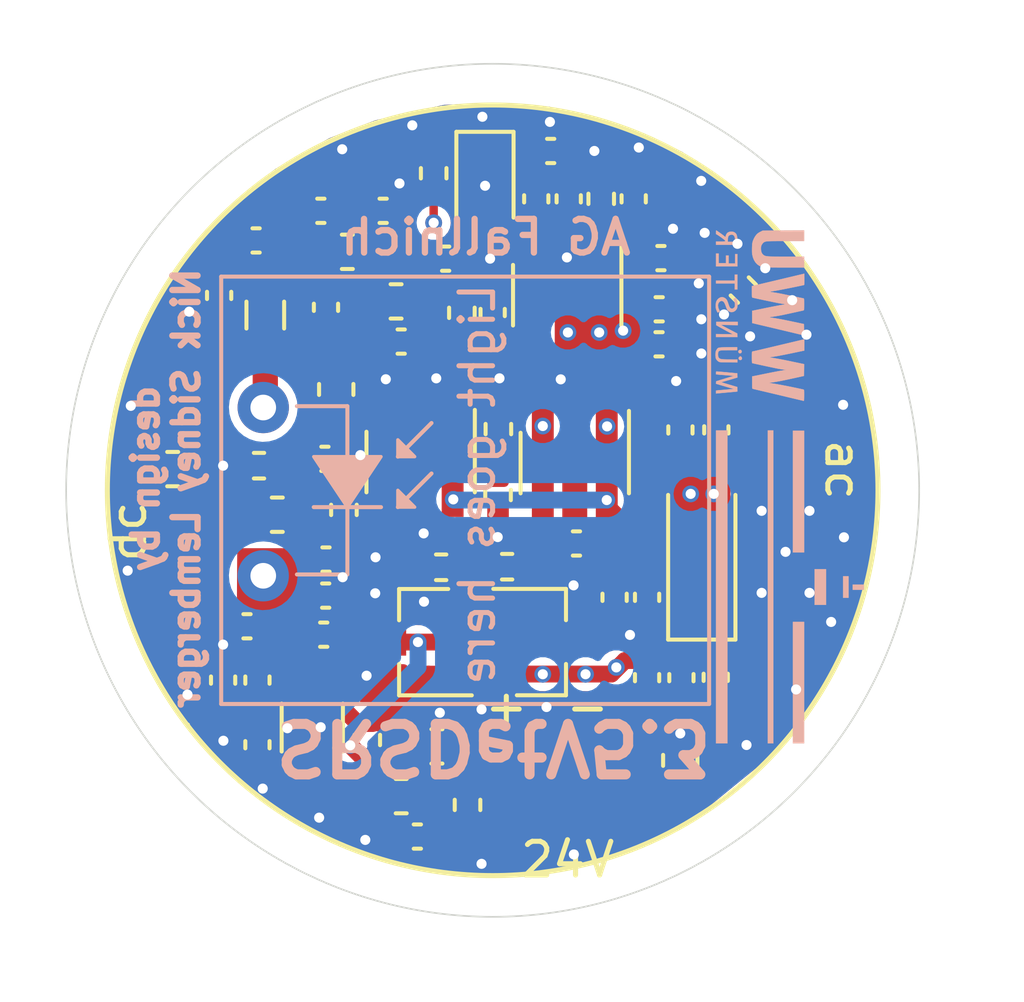
<source format=kicad_pcb>
(kicad_pcb (version 20211014) (generator pcbnew)
  (layers (0 "F.Cu" signal) (1 "In1.Cu" signal) (2 "In2.Cu" signal) (31 "B.Cu" signal) (34 "B.Paste" user) (35 "F.Paste" user) (36 "B.SilkS" user "B.Silkscreen") (37 "F.SilkS" user "F.Silkscreen") (38 "B.Mask" user) (39 "F.Mask" user) (44 "Edge.Cuts" user))
  (net 0 "")
  (net 1 "+10V")
  (net 2 "GND")
  (net 3 "Net-(C3-Pad1)")
  (net 4 "Net-(C4-Pad1)")
  (net 5 "Net-(C4-Pad2)")
  (net 6 "Net-(C24-Pad2)")
  (net 7 "Net-(C32-Pad2)")
  (net 8 "+3V3")
  (net 9 "Net-(C16-Pad1)")
  (net 10 "Net-(C17-Pad1)")
  (net 11 "Net-(C23-Pad2)")
  (net 12 "+22V")
  (net 13 "Net-(C30-Pad1)")
  (net 14 "Net-(C30-Pad2)")
  (net 15 "Net-(FB2-Pad2)")
  (net 16 "Net-(FB3-Pad1)")
  (net 17 "Net-(FB3-Pad2)")
  (net 18 "Net-(FB4-Pad1)")
  (net 19 "Net-(C11-Pad2)")
  (net 20 "Net-(Q1-Pad1)")
  (net 21 "Net-(Q2-Pad2)")
  (net 22 "Net-(C33-Pad2)")
  (net 23 "Net-(R12-Pad2)")
  (net 24 "Net-(R4-Pad2)")
  (net 25 "Net-(R8-Pad1)")
  (net 26 "Net-(C24-Pad1)")
  (net 27 "Net-(R2-Pad1)")
  (net 29 "unconnected-(U4-Pad1)")
  (net 30 "Net-(FB1-Pad1)")
  (footprint "Inductor_SMD:L_0603_1608Metric" (layer "F.Cu") (at 112.455338 88.020136 180)
    (fp_text reference "FB3" hide)
    (fp_text value "Ferrite_Bead_Small" hide)
  )
  (footprint "Resistor_SMD:R_0402_1005Metric" (layer "F.Cu") (at 119.025338 85.475136 -90)
    (fp_text reference "R3" hide)
    (fp_text value "1k" hide)
  )
  (footprint "Resistor_SMD:R_0402_1005Metric" (layer "F.Cu") (at 126.305338 81.345136 -45)
    (fp_text reference "R4" hide)
    (fp_text value "51" hide)
  )
  (footprint "Capacitor_SMD:C_0402_1005Metric" (layer "F.Cu") (at 118.855338 82.011736 -90)
    (fp_text reference "C31" hide)
    (fp_text value "0.2p")
  )
  (footprint "Capacitor_SMD:C_0402_1005Metric" (layer "F.Cu") (at 113.8708 86.36 180)
    (fp_text reference "C33" hide)
    (fp_text value "100n")
  )
  (footprint "Capacitor_SMD:C_0402_1005Metric" (layer "F.Cu") (at 116.137338 82.875336 180)
    (fp_text reference "C24" hide)
    (fp_text value "7p")
  )
  (footprint "Capacitor_SMD:C_0402_1005Metric" (layer "F.Cu") (at 123.803338 81.916336)
    (fp_text reference "C27" hide)
    (fp_text value "1n")
  )
  (footprint "project_footprints:solder_pad" (layer "F.Cu") (at 127.338738 84.831136)
    (fp_text reference "U2" hide)
    (fp_text value "solder_pad")
  )
  (footprint "Capacitor_SMD:C_0402_1005Metric" (layer "F.Cu") (at 123.444 92.8624 90)
    (fp_text reference "C15" hide)
    (fp_text value "100n" hide)
  )
  (footprint "Resistor_SMD:R_0402_1005Metric" (layer "F.Cu") (at 122.080938 78.633536 90)
    (fp_text reference "R5" hide)
    (fp_text value "10k")
  )
  (footprint "Resistor_SMD:R_0402_1005Metric" (layer "F.Cu") (at 115.128958 94.714816 -90)
    (fp_text reference "R9" hide)
    (fp_text value "10k" hide)
  )
  (footprint "project_footprints:solder_pad" (layer "F.Cu") (at 122.487338 95.880136)
    (fp_text reference "U4" hide)
    (fp_text value "solder_pad")
  )
  (footprint "Capacitor_SMD:C_0402_1005Metric" (layer "F.Cu") (at 113.902138 89.352336)
    (fp_text reference "C1" hide)
    (fp_text value "1n")
  )
  (footprint "Package_TO_SOT_SMD:SOT-23-6" (layer "F.Cu") (at 121.070497 81.497177 -90)
    (fp_text reference "U1" hide)
    (fp_text value "OPA847xDBV" hide)
  )
  (footprint "Capacitor_SMD:C_0402_1005Metric" (layer "F.Cu") (at 116.617398 97.584476 180)
    (fp_text reference "C16" hide)
    (fp_text value "1µ" hide)
  )
  (footprint "Package_TO_SOT_SMD:SOT-23-5" (layer "F.Cu") (at 121.295338 86.485136 -90)
    (fp_text reference "U9" hide)
    (fp_text value "SPX3819M5-L-3-3" hide)
  )
  (footprint "Capacitor_SMD:C_0402_1005Metric" (layer "F.Cu") (at 125.5014 85.499 -90)
    (fp_text reference "C13" hide)
    (fp_text value "100n" hide)
  )
  (footprint "Capacitor_SMD:C_1206_3216Metric" (layer "F.Cu") (at 113.495338 94.345136 -90)
    (fp_text reference "C17" hide)
    (fp_text value "2.2uF" hide)
  )
  (footprint "Capacitor_SMD:C_0402_1005Metric" (layer "F.Cu") (at 110.845338 92.935136 -90)
    (fp_text reference "C21" hide)
    (fp_text value "100n" hide)
  )
  (footprint "Inductor_SMD:L_0603_1608Metric" (layer "F.Cu") (at 109.3469 86.6648)
    (fp_text reference "FB4" hide)
    (fp_text value "Ferrite_Bead_Small" hide)
  )
  (footprint "Capacitor_SMD:C_0402_1005Metric" (layer "F.Cu") (at 113.835338 91.585136 180)
    (fp_text reference "C20" hide)
    (fp_text value "100n" hide)
  )
  (footprint "Capacitor_SMD:C_0402_1005Metric" (layer "F.Cu") (at 120.579738 77.211136)
    (fp_text reference "C29" hide)
    (fp_text value "1n")
  )
  (footprint "Resistor_SMD:R_0402_1005Metric" (layer "F.Cu") (at 117.102538 77.873536 90)
    (fp_text reference "R7" hide)
    (fp_text value "1k")
  )
  (footprint "project_footprints:solder_pad" (layer "F.Cu") (at 109.787338 89.149136)
    (fp_text reference "U6" hide)
    (fp_text value "solder_pad")
  )
  (footprint "Inductor_SMD:L_0603_1608Metric" (layer "F.Cu") (at 114.537138 80.208336)
    (fp_text reference "L3" hide)
    (fp_text value "470nH")
  )
  (footprint "Capacitor_SMD:C_0402_1005Metric" (layer "F.Cu") (at 115.601338 78.989136)
    (fp_text reference "C25" hide)
    (fp_text value "100p")
  )
  (footprint "Capacitor_SMD:C_0402_1005Metric" (layer "F.Cu") (at 124.4346 85.5016 90)
    (fp_text reference "C28" hide)
    (fp_text value "1µ" hide)
  )
  (footprint "Capacitor_SMD:C_0402_1005Metric" (layer "F.Cu") (at 111.865338 94.855136 90)
    (fp_text reference "C19" hide)
    (fp_text value "100n" hide)
  )
  (footprint "Diode_SMD:D_SOD-323" (layer "F.Cu") (at 118.626538 78.142336 -90)
    (fp_text reference "D2" hide)
    (fp_text value "5V1" hide)
  )
  (footprint "Capacitor_SMD:C_0402_1005Metric" (layer "F.Cu") (at 123.855338 80.395136)
    (fp_text reference "C30" hide)
    (fp_text value "100n" hide)
  )
  (footprint "Capacitor_SMD:C_0402_1005Metric" (layer "F.Cu") (at 121.115738 78.633536 90)
    (fp_text reference "C9" hide)
    (fp_text value "100n" hide)
  )
  (footprint "Package_TO_SOT_SMD:SOT-23" (layer "F.Cu") (at 120.274158 91.804956)
    (fp_text reference "Q1" hide)
    (fp_text value "BC847" hide)
  )
  (footprint "Inductor_SMD:L_0603_1608Metric" (layer "F.Cu") (at 116.137438 96.383056)
    (fp_text reference "FB1" hide)
    (fp_text value "Ferrite_Bead_Small" hide)
  )
  (footprint "project_footprints:solder_pad" (layer "F.Cu") (at 109.830338 84.295136)
    (fp_text reference "U7" hide)
    (fp_text value "solder_pad")
  )
  (footprint "Capacitor_SMD:C_0402_1005Metric" (layer "F.Cu") (at 122.4788 90.4748 -90)
    (fp_text reference "C7" hide)
    (fp_text value "1µ" hide)
  )
  (footprint "Resistor_SMD:R_0402_1005Metric" (layer "F.Cu") (at 111.9124 86.5632)
    (fp_text reference "R6" hide)
    (fp_text value "10")
  )
  (footprint "Inductor_SMD:L_0603_1608Metric" (layer "F.Cu") (at 114.206938 84.297636 -90)
    (fp_text reference "L2" hide)
    (fp_text value "470nH" hide)
  )
  (footprint "project_footprints:solder_pad" (layer "F.Cu") (at 120.074338 95.880136)
    (fp_text reference "U3" hide)
    (fp_text value "solder_pad")
  )
  (footprint "Capacitor_SMD:C_0402_1005Metric" (layer "F.Cu") (at 120.150538 78.633536 90)
    (fp_text reference "C3" hide)
    (fp_text value "1n")
  )
  (footprint "Capacitor_SMD:C_0402_1005Metric" (layer "F.Cu") (at 123.444 90.4748 90)
    (fp_text reference "C8" hide)
    (fp_text value "100n" hide)
  )
  (footprint "Resistor_SMD:R_0402_1005Metric" (layer "F.Cu") (at 119.285338 89.565136)
    (fp_text reference "R10" hide)
    (fp_text value "10" hide)
  )
  (footprint "Diode_SMD:D_MiniMELF" (layer "F.Cu") (at 125.0696 89.182 90)
    (fp_text reference "D3" hide)
    (fp_text value "BZV55B12")
  )
  (footprint "Resistor_SMD:R_0402_1005Metric" (layer "F.Cu") (at 114.435538 87.877136 -90)
    (fp_text reference "R2" hide)
    (fp_text value "51" hide)
  )
  (footprint "Capacitor_SMD:C_0402_1005Metric" (layer "F.Cu") (at 110.727138 81.503736 90)
    (fp_text reference "C6" hide)
    (fp_text value "82p" hide)
  )
  (footprint "Inductor_SMD:L_0603_1608Metric" (layer "F.Cu") (at 124.430338 95.320136 -90)
    (fp_text reference "FB6" hide)
    (fp_text value "Ferrite_Bead_Small" hide)
  )
  (footprint "Capacitor_SMD:C_0402_1005Metric" (layer "F.Cu") (at 124.464 92.8624 90)
    (fp_text reference "C14" hide)
    (fp_text value "100n" hide)
  )
  (footprint "Resistor_SMD:R_0402_1005Metric" (layer "F.Cu") (at 117.940738 82.020777 90)
    (fp_text reference "R1" hide)
    (fp_text value "10k")
  )
  (footprint "Capacitor_SMD:C_0402_1005Metric" (layer "F.Cu") (at 111.865338 92.935136 -90)
    (fp_text reference "C18" hide)
    (fp_text value "100n" hide)
  )
  (footprint "Capacitor_SMD:C_0402_1005Metric" (layer "F.Cu") (at 113.749738 78.989136 180)
    (fp_text reference "C5" hide)
    (fp_text value "30p")
  )
  (footprint "Resistor_SMD:R_0402_1005Metric" (layer "F.Cu") (at 117.325218 89.582456)
    (fp_text reference "R11" hide)
    (fp_text value "10k" hide)
  )
  (footprint "Resistor_SMD:R_0402_1005Metric" (layer "F.Cu") (at 119.015337 87.435134 90)
    (fp_text reference "R12" hide)
    (fp_text value "1k" hide)
  )
  (footprint "Capacitor_SMD:C_0402_1005Metric" (layer "F.Cu") (at 121.345338 88.875136 180)
    (fp_text reference "C23" hide)
    (fp_text value "100n" hide)
  )
  (footprint "Capacitor_SMD:C_0402_1005Metric" (layer "F.Cu") (at 113.8936 90.424)
    (fp_text reference "C22" hide)
    (fp_text value "1µ" hide)
  )
  (footprint "Inductor_SMD:L_0603_1608Metric" (layer "F.Cu") (at 117.198958 94.905136)
    (fp_text reference "FB2" hide)
    (fp_text value "Ferrite_Bead_Small" hide)
  )
  (footprint "Capacitor_SMD:C_0402_1005Metric" (layer "F.Cu") (at 123.046138 78.633536 90)
    (fp_text reference "C11" hide)
    (fp_text value "100n")
  )
  (footprint "project_footprints:solder_pad" (layer "F.Cu") (at 127.5588 89.149136)
    (fp_text reference "U5" hide)
    (fp_text value "solder_pad")
  )
  (footprint "Resistor_SMD:R_0402_1005Metric" (layer "F.Cu") (at 118.108378 96.644136 90)
    (fp_text reference "R8" hide)
    (fp_text value "1" hide)
  )
  (footprint "Inductor_SMD:L_0603_1608Metric" (layer "F.Cu") (at 115.985038 81.681536)
    (fp_text reference "L4" hide)
    (fp_text value "470nH")
  )
  (footprint "Capacitor_SMD:C_0402_1005Metric" (layer "F.Cu") (at 113.902138 81.856736 90)
    (fp_text reference "C4" hide)
    (fp_text value "1n" hide)
  )
  (footprint "Capacitor_SMD:C_0402_1005Metric" (layer "F.Cu") (at 117.458138 80.411536)
    (fp_text reference "C26" hide)
    (fp_text value "100p")
  )
  (footprint "Capacitor_SMD:C_0402_1005Metric" (layer "F.Cu") (at 125.484 92.8524 90)
    (fp_text reference "C12" hide)
    (fp_text value "100n" hide)
  )
  (footprint "Package_TO_SOT_SMD:SOT-23-5" (layer "F.Cu") (at 116.715338 86.455136 -90)
    (fp_text reference "U8" hide)
    (fp_text value "AD8605" hide)
  )
  (footprint "Capacitor_SMD:C_0402_1005Metric" (layer "F.Cu") (at 111.555338 91.335136 180)
    (fp_text reference "C2" hide)
    (fp_text value "100n" hide)
  )
  (footprint "Capacitor_SMD:C_0402_1005Metric" (layer "F.Cu") (at 123.7996 82.9564)
    (fp_text reference "C10" hide)
    (fp_text value "100n" hide)
  )
  (footprint "Inductor_SMD:L_0805_2012Metric" (layer "F.Cu") (at 112.098738 82.087936 -90)
    (fp_text reference "L1" hide)
    (fp_text value "180nH" hide)
  )
  (footprint "Capacitor_SMD:C_0402_1005Metric" (layer "F.Cu") (at 111.825338 79.870136)
    (fp_text reference "C32" hide)
    (fp_text value "5p")
  )
  (footprint "Package_TO_SOT_SMD:SOT-23" (layer "F.Cu") (at 116.834998 91.807496 180)
    (fp_text reference "Q2" hide)
    (fp_text value "BC847" hide)
  )
  (footprint "project_footprints:Logo_WWU" (layer "B.Cu") (at 127.694338 87.193336 90)
    (fp_text reference "H11" hide)
    (fp_text value "Logo_WWU" hide)
  )
  (footprint "project_footprints:S3590-xx" (layer "B.Cu") (at 118.855338 87.295136 90)
    (fp_text reference "D1" hide)
    (fp_text value "D_Photo" hide)
  )
  (gr_circle (center 118.855338 87.295136) (end 130.305338 87.295136) (layer "F.SilkS") (width 0.15) (fill none))
  (gr_line (start 109.800038 94.257076) (end 109.800038 94.264696) (layer "F.SilkS") (width 0.12))
  (gr_circle (center 118.855338 87.295136) (end 131.529938 87.295136) (layer "Edge.Cuts") (width 0.05) (fill none))
  (gr_text "SRSDetV5.3" (at 118.880538 94.914936 180) (layer "B.SilkS") (effects (font (size 1.5 1.5) (thickness 0.3)) (justify mirror)))
  (gr_text "design by \nNick Sidney Lemberger" (at 109.145338 87.235136 90) (layer "B.SilkS") (effects (font (size 0.75 0.75) (thickness 0.1875)) (justify mirror)))
  (gr_text "AG Fallnich" (at 118.651938 79.776536) (layer "B.SilkS") (effects (font (size 1 1) (thickness 0.1875)) (justify mirror)))
  (gr_text "+" (at 119.261538 93.721136) (layer "F.SilkS") (effects (font (size 1 1))))
  (gr_text "24V" (at 121.080338 98.270136) (layer "F.SilkS") (effects (font (size 1 1))))
  (gr_text "dc" (at 108.030338 88.520136 90) (layer "F.SilkS") (effects (font (size 1 1))))
  (gr_text "-" (at 121.674538 93.721136) (layer "F.SilkS") (effects (font (size 1 1))))
  (gr_text "ac" (at 129.269138 86.685336 270) (layer "F.SilkS") (effects (font (size 1 1))))
  (segment (start 124.996 85.9816) (end 125.4988 85.9816) (width 0.35) (layer "F.Cu") (net 1))
  (segment (start 124.996 85.9816) (end 125.0696 86.0552) (width 0.35) (layer "F.Cu") (net 1))
  (segment (start 122.255338 85.395136) (end 122.357274 85.2932) (width 0.25) (layer "F.Cu") (net 1))
  (segment (start 117.102538 78.383536) (end 117.102538 79.344736) (width 0.25) (layer "F.Cu") (net 1))
  (segment (start 124.4346 85.9816) (end 124.996 85.9816) (width 0.35) (layer "F.Cu") (net 1))
  (segment (start 120.345338 85.385136) (end 120.345338 85.385136) (width 0.25) (layer "F.Cu") (net 1))
  (segment (start 125.0696 86.0552) (end 125.0696 87.432) (width 0.35) (layer "F.Cu") (net 1))
  (segment (start 125.4988 85.9816) (end 125.5014 85.979) (width 0.35) (layer "F.Cu") (net 1))
  (via (at 125.4252 87.4014) (size 0.5) (drill 0.3) (layers "F.Cu" "B.Cu") (net 1))
  (via (at 122.021097 82.604577) (size 0.5) (drill 0.3) (layers "F.Cu" "B.Cu") (net 1))
  (via (at 121.091097 82.604577) (size 0.5) (drill 0.3) (layers "F.Cu" "B.Cu") (net 1))
  (via (at 117.102538 79.344736) (size 0.5) (drill 0.3) (layers "F.Cu" "B.Cu") (net 1))
  (via (at 122.255338 85.395136) (size 0.5) (drill 0.3) (layers "F.Cu" "B.Cu") (net 1))
  (via (at 120.345338 85.385136) (size 0.5) (drill 0.3) (layers "F.Cu" "B.Cu") (net 1))
  (via (at 124.7394 87.4014) (size 0.5) (drill 0.3) (layers "F.Cu" "B.Cu") (net 1))
  (via (at 122.7328 82.55) (size 0.5) (drill 0.3) (layers "F.Cu" "B.Cu") (net 1))
  (segment (start 114.92414 86.249748) (end 116.34289 86.249748) (width 0.25) (layer "F.Cu") (net 2))
  (segment (start 116.34289 86.249748) (end 116.715338 85.8773) (width 0.25) (layer "F.Cu") (net 2))
  (segment (start 114.461052 86.249748) (end 114.3508 86.36) (width 0.25) (layer "F.Cu") (net 2))
  (segment (start 110.8456 86.5632) (end 110.236 86.5632) (width 0.25) (layer "F.Cu") (net 2))
  (segment (start 116.081338 78.181536) (end 116.086538 78.176336) (width 0.5) (layer "F.Cu") (net 2))
  (segment (start 111.4024 86.5632) (end 110.8456 86.5632) (width 0.25) (layer "F.Cu") (net 2))
  (segment (start 110.845338 91.880136) (end 110.845338 91.565136) (width 0.5) (layer "F.Cu") (net 2))
  (segment (start 110.845338 91.565136) (end 111.075338 91.335136) (width 0.5) (layer "F.Cu") (net 2))
  (segment (start 114.92414 86.249748) (end 114.461052 86.249748) (width 0.25) (layer "F.Cu") (net 2))
  (segment (start 110.236 86.5632) (end 110.1344 86.6648) (width 0.25) (layer "F.Cu") (net 2))
  (segment (start 116.715338 85.8773) (end 116.715338 85.355136) (width 0.25) (layer "F.Cu") (net 2))
  (segment (start 116.081338 78.989136) (end 116.081338 78.181536) (width 0.5) (layer "F.Cu") (net 2))
  (segment (start 110.845338 92.455136) (end 110.845338 91.880136) (width 0.5) (layer "F.Cu") (net 2))
  (via (at 125.155338 79.645136) (size 0.5) (drill 0.3) (layers "F.Cu" "B.Cu") (net 2))
  (via (at 125.730338 82.070136) (size 0.5) (drill 0.3) (layers "F.Cu" "B.Cu") (net 2))
  (via (at 124.3076 84.0486) (size 0.5) (drill 0.3) (layers "F.Cu" "B.Cu") (net 2))
  (via (at 115.365338 90.355136) (size 0.5) (drill 0.3) (layers "F.Cu" "B.Cu") (net 2))
  (via (at 126.8476 87.904536) (size 0.5) (drill 0.3) (layers "F.Cu" "B.Cu") (net 2))
  (via (at 110.845338 91.880136) (size 0.5) (drill 0.3) (layers "F.Cu" "B.Cu") (net 2))
  (via (at 110.8456 86.5632) (size 0.5) (drill 0.3) (layers "F.Cu" "B.Cu") (net 2))
  (via (at 115.680338 83.995136) (size 0.5) (drill 0.3) (layers "F.Cu" "B.Cu") (net 2))
  (via (at 129.269138 84.754936) (size 0.5) (drill 0.3) (layers "F.Cu" "B.Cu") (net 2))
  (via (at 129.294538 88.691936) (size 0.5) (drill 0.3) (layers "F.Cu" "B.Cu") (net 2))
  (via (at 126.398938 94.864136) (size 0.5) (drill 0.3) (layers "F.Cu" "B.Cu") (net 2))
  (via (at 127.5588 89.123736) (size 0.5) (drill 0.3) (layers "F.Cu" "B.Cu") (net 2))
  (via (at 122.936 91.5924) (size 0.5) (drill 0.3) (layers "F.Cu" "B.Cu") (net 2))
  (via (at 124.430338 94.520136) (size 0.5) (drill 0.3) (layers "F.Cu" "B.Cu") (net 2))
  (via (at 121.268138 98.115336) (size 0.5) (drill 0.3) (layers "F.Cu" "B.Cu") (net 2))
  (via (at 126.8476 90.342936) (size 0.5) (drill 0.3) (layers "F.Cu" "B.Cu") (net 2))
  (via (at 109.787338 93.365536) (size 0.5) (drill 0.3) (layers "F.Cu" "B.Cu") (net 2))
  (via (at 118.524938 98.394736) (size 0.5) (drill 0.3) (layers "F.Cu" "B.Cu") (net 2))
  (via (at 126.130338 79.970136) (size 0.5) (drill 0.3) (layers "F.Cu" "B.Cu") (net 2))
  (via (at 117.285338 93.905136) (size 0.5) (drill 0.3) (layers "F.Cu" "B.Cu") (net 2))
  (via (at 124.980338 81.145136) (size 0.5) (drill 0.3) (layers "F.Cu" "B.Cu") (net 2))
  (via (at 116.805338 88.575136) (size 0.5) (drill 0.3) (layers "F.Cu" "B.Cu") (net 2))
  (via (at 119.005338 88.685136) (size 0.5) (drill 0.3) (layers "F.Cu" "B.Cu") (net 2))
  (via (at 128.913538 91.206536) (size 0.5) (drill 0.3) (layers "F.Cu" "B.Cu") (net 2))
  (via (at 117.178738 83.967536) (size 0.5) (drill 0.3) (layers "F.Cu" "B.Cu") (net 2))
  (via (at 115.375338 89.285136) (size 0.5) (drill 0.3) (layers "F.Cu" "B.Cu") (net 2))
  (via (at 114.397438 89.878116) (size 0.5) (drill 0.3) (layers "F.Cu" "B.Cu") (net 2))
  (via (at 126.505338 82.720136) (size 0.5) (drill 0.3) (layers "F.Cu" "B.Cu") (net 2))
  (via (at 127.872138 93.213136) (size 0.5) (drill 0.3) (layers "F.Cu" "B.Cu") (net 2))
  (via (at 115.070538 97.683536) (size 0.5) (drill 0.3) (layers "F.Cu" "B.Cu") (net 2))
  (via (at 108.009338 89.682536) (size 0.5) (drill 0.3) (layers "F.Cu" "B.Cu") (net 2))
  (via (at 116.815338 90.605136) (size 0.5) (drill 0.3) (layers "F.Cu" "B.Cu") (net 2))
  (via (at 112.022538 96.159536) (size 0.5) (drill 0.3) (layers "F.Cu" "B.Cu") (net 2))
  (via (at 120.556938 76.347536) (size 0.5) (drill 0.3) (layers "F.Cu" "B.Cu") (net 2))
  (via (at 125.055738 83.229136) (size 0.5) (drill 0.3) (layers "F.Cu" "B.Cu") (net 2))
  (via (at 113.698938 97.023136) (size 0.5) (drill 0.3) (layers "F.Cu" "B.Cu") (net 2))
  (via (at 119.058338 83.967536) (size 0.5) (drill 0.3) (layers "F.Cu" "B.Cu") (net 2))
  (via (at 116.467538 76.449136) (size 0.5) (drill 0.3) (layers "F.Cu" "B.Cu") (net 2))
  (via (at 120.455338 93.735136) (size 0.5) (drill 0.3) (layers "F.Cu" "B.Cu") (net 2))
  (via (at 121.2596 90.1192) (size 0.5) (drill 0.3) (layers "F.Cu" "B.Cu") (net 2))
  (via (at 127.755338 81.645136) (size 0.5) (drill 0.3) (layers "F.Cu" "B.Cu") (net 2))
  (via (at 108.1024 84.7852) (size 0.5) (drill 0.3) (layers "F.Cu" "B.Cu") (net 2))
  (via (at 124.214538 79.522536) (size 0.5) (drill 0.3) (layers "F.Cu" "B.Cu") (net 2))
  (via (at 118.550338 76.195136) (size 0.5) (drill 0.3) (layers "F.Cu" "B.Cu") (net 2))
  (via (at 121.877738 77.211136) (size 0.5) (drill 0.3) (layers "F.Cu" "B.Cu") (net 2))
  (via (at 128.27 90.342936) (size 0.5) (drill 0.3) (layers "F.Cu" "B.Cu") (net 2))
  (via (at 118.630338 78.245136) (size 0.5) (drill 0.3) (layers "F.Cu" "B.Cu") (net 2))
  (via (at 120.8786 83.9978) (size 0.5) (drill 0.3) (layers "F.Cu" "B.Cu") (net 2))
  (via (at 125.055738 82.213136) (size 0.5) (drill 0.3) (layers "F.Cu" "B.Cu") (net 2))
  (via (at 110.854138 94.737136) (size 0.5) (drill 0.3) (layers "F.Cu" "B.Cu") (net 2))
  (via (at 118.525338 93.805136) (size 0.5) (drill 0.3) (layers "F.Cu" "B.Cu") (net 2))
  (via (at 116.086538 78.176336) (size 0.5) (drill 0.3) (layers "F.Cu" "B.Cu") (net 2))
  (via (at 114.92414 86.249748) (size 0.5) (drill 0.3) (layers "F.Cu" "B.Cu") (net 2))
  (via (at 128.27 87.904536) (size 0.5) (drill 0.3) (layers "F.Cu" "B.Cu") (net 2))
  (via (at 118.778938 80.411536) (size 0.5) (drill 0.3) (layers "F.Cu" "B.Cu") (net 2))
  (via (at 125.052738 78.100136) (size 0.5) (drill 0.3) (layers "F.Cu" "B.Cu") (net 2))
  (via (at 115.108638 92.804196) (size 0.5) (drill 0.3) (layers "F.Cu" "B.Cu") (net 2))
  (via (at 113.745338 94.335136) (size 0.5) (drill 0.3) (layers "F.Cu" "B.Cu") (net 2))
  (via (at 109.838138 81.986336) (size 0.5) (drill 0.3) (layers "F.Cu" "B.Cu") (net 2))
  (via (at 123.198538 77.109536) (size 0.5) (drill 0.3) (layers "F.Cu" "B.Cu") (net 2))
  (via (at 114.384738 77.160336) (size 0.5) (drill 0.3) (layers "F.Cu" "B.Cu") (net 2))
  (via (at 121.061097 80.374577) (size 0.5) (drill 0.3) (layers "F.Cu" "B.Cu") (net 2))
  (via (at 128.180338 82.670136) (size 0.5) (drill 0.3) (layers "F.Cu" "B.Cu") (net 2))
  (via (at 112.755338 94.365136) (size 0.5) (drill 0.3) (layers "F.Cu" "B.Cu") (net 2))
  (via (at 126.955338 80.695136) (size 0.5) (drill 0.3) (layers "F.Cu" "B.Cu") (net 2))
  (segment (start 120.120497 80.397177) (end 120.120497 79.143577) (width 0.25) (layer "F.Cu") (net 3))
  (segment (start 122.050938 79.113536) (end 122.080938 79.143536) (width 0.25) (layer "F.Cu") (net 3))
  (segment (start 120.150538 79.113536) (end 122.050938 79.113536) (width 0.25) (layer "F.Cu") (net 3))
  (segment (start 120.120497 79.143577) (end 120.150538 79.113536) (width 0.25) (layer "F.Cu") (net 3))
  (segment (start 112.458438 83.510136) (end 112.098738 83.150436) (width 0.5) (layer "F.Cu") (net 4))
  (segment (start 113.896938 82.336736) (end 113.855338 82.295136) (width 0.5) (layer "F.Cu") (net 4))
  (segment (start 112.098738 83.150436) (end 112.098738 84.774376) (width 0.75) (layer "F.Cu") (net 4))
  (segment (start 112.098738 84.774376) (end 112.037978 84.835136) (width 0.75) (layer "F.Cu") (net 4))
  (segment (start 113.902138 82.336736) (end 113.896938 82.336736) (width 0.5) (layer "F.Cu") (net 4))
  (segment (start 114.206938 83.510136) (end 114.206938 82.641536) (width 0.5) (layer "F.Cu") (net 4))
  (segment (start 112.098738 84.780336) (end 112.047938 84.831136) (width 0.5) (layer "F.Cu") (net 4))
  (segment (start 112.432938 84.835136) (end 112.037978 84.835136) (width 0.25) (layer "F.Cu") (net 4))
  (segment (start 114.206938 82.641536) (end 113.902138 82.336736) (width 0.5) (layer "F.Cu") (net 4))
  (segment (start 114.206938 83.510136) (end 112.458438 83.510136) (width 0.5) (layer "F.Cu") (net 4))
  (segment (start 113.902138 81.376736) (end 113.902138 80.360836) (width 0.5) (layer "F.Cu") (net 5))
  (segment (start 113.876638 80.208336) (end 113.269738 79.601436) (width 0.5) (layer "F.Cu") (net 5))
  (segment (start 113.269738 79.601436) (end 113.269738 78.989136) (width 0.5) (layer "F.Cu") (net 5))
  (segment (start 113.902138 80.360836) (end 113.749638 80.208336) (width 0.5) (layer "F.Cu") (net 5))
  (segment (start 115.657338 82.875336) (end 115.657338 82.754936) (width 0.5) (layer "F.Cu") (net 6))
  (segment (start 115.197538 80.335436) (end 115.324638 80.208336) (width 0.5) (layer "F.Cu") (net 6))
  (segment (start 115.324638 79.192436) (end 115.121338 78.989136) (width 0.5) (layer "F.Cu") (net 6))
  (segment (start 115.197538 82.295136) (end 115.197538 80.335436) (width 0.5) (layer "F.Cu") (net 6))
  (segment (start 115.657338 82.754936) (end 115.197538 82.295136) (width 0.5) (layer "F.Cu") (net 6))
  (segment (start 114.229738 78.989136) (end 114.937631 78.989136) (width 0.5) (layer "F.Cu") (net 6))
  (segment (start 115.324638 80.208336) (end 115.324638 79.192436) (width 0.5) (layer "F.Cu") (net 6))
  (segment (start 112.305338 79.870136) (end 112.305338 80.818836) (width 0.5) (layer "F.Cu") (net 7))
  (segment (start 112.305338 80.818836) (end 112.098738 81.025436) (width 0.5) (layer "F.Cu") (net 7))
  (segment (start 110.727138 81.023736) (end 112.096138 81.023736) (width 0.5) (layer "F.Cu") (net 7))
  (segment (start 122.964 88.303798) (end 122.245338 87.585136) (width 0.25) (layer "F.Cu") (net 8))
  (segment (start 122.964 89.9948) (end 122.964 88.303798) (width 0.25) (layer "F.Cu") (net 8))
  (segment (start 122.964 89.9948) (end 122.4788 89.9948) (width 0.25) (layer "F.Cu") (net 8))
  (segment (start 123.444 89.9948) (end 122.964 89.9948) (width 0.25) (layer "F.Cu") (net 8))
  (segment (start 122.245338 87.585136) (end 122.245338 87.885136) (width 0.5) (layer "F.Cu") (net 8))
  (via (at 122.245338 87.585136) (size 0.5) (drill 0.3) (layers "F.Cu" "B.Cu") (net 8))
  (via (at 117.685338 87.565136) (size 0.5) (drill 0.3) (layers "F.Cu" "B.Cu") (net 8))
  (segment (start 122.245338 87.585136) (end 117.705338 87.585136) (width 0.5) (layer "B.Cu") (net 8))
  (segment (start 117.705338 87.585136) (end 117.685338 87.565136) (width 0.5) (layer "B.Cu") (net 8))
  (segment (start 117.097398 97.584476) (end 117.097398 96.555516) (width 0.5) (layer "F.Cu") (net 9))
  (segment (start 116.924938 96.383056) (end 116.924938 95.499536) (width 0.5) (layer "F.Cu") (net 9))
  (segment (start 116.924938 95.499536) (end 116.411458 94.986056) (width 0.5) (layer "F.Cu") (net 9))
  (segment (start 117.097398 96.555516) (end 116.924938 96.383056) (width 0.5) (layer "F.Cu") (net 9))
  (segment (start 111.865338 94.375136) (end 111.865338 93.415136) (width 0.5) (layer "F.Cu") (net 10))
  (segment (start 113.476538 92.851336) (end 113.495338 92.870136) (width 0.5) (layer "F.Cu") (net 10))
  (segment (start 116.942978 92.757496) (end 117.834998 92.757496) (width 0.5) (layer "F.Cu") (net 10))
  (segment (start 115.495658 94.204816) (end 116.942978 92.757496) (width 0.5) (layer "F.Cu") (net 10))
  (segment (start 112.950338 93.415136) (end 112.414898 93.415136) (width 0.5) (layer "F.Cu") (net 10))
  (segment (start 110.845338 93.415136) (end 111.865338 93.415136) (width 0.5) (layer "F.Cu") (net 10))
  (segment (start 113.355338 92.108936) (end 113.355338 92.730136) (width 0.5) (layer "F.Cu") (net 10))
  (segment (start 114.830018 94.204816) (end 113.495338 92.870136) (width 0.5) (layer "F.Cu") (net 10))
  (segment (start 115.128958 94.204816) (end 115.495658 94.204816) (width 0.5) (layer "F.Cu") (net 10))
  (segment (start 112.414898 93.415136) (end 111.865338 93.415136) (width 0.5) (layer "F.Cu") (net 10))
  (segment (start 115.128958 94.204816) (end 114.830018 94.204816) (width 0.5) (layer "F.Cu") (net 10))
  (segment (start 113.495338 92.870136) (end 112.950338 93.415136) (width 0.5) (layer "F.Cu") (net 10))
  (segment (start 113.355338 91.585136) (end 113.355338 92.108936) (width 0.5) (layer "F.Cu") (net 10))
  (segment (start 113.355338 92.730136) (end 113.476538 92.851336) (width 0.5) (layer "F.Cu") (net 10))
  (segment (start 120.345338 88.375136) (end 120.855338 88.885136) (width 0.25) (layer "F.Cu") (net 11))
  (segment (start 120.345338 87.585136) (end 120.345338 88.375136) (width 0.25) (layer "F.Cu") (net 11))
  (segment (start 124.8664 92.3544) (end 125.466 92.3544) (width 0.5) (layer "F.Cu") (net 12))
  (segment (start 119.274158 92.754956) (end 122.383044 92.754956) (width 0.5) (layer "F.Cu") (net 12))
  (segment (start 124.8156 92.3036) (end 124.8156 90.932) (width 0.5) (layer "F.Cu") (net 12))
  (segment (start 122.383044 92.754956) (end 122.7836 92.3544) (width 0.5) (layer "F.Cu") (net 12))
  (segment (start 113.448138 90.422636) (end 113.384638 90.359136) (width 0.5) (layer "F.Cu") (net 12))
  (segment (start 125.466 92.3544) (end 125.484 92.3724) (width 0.5) (layer "F.Cu") (net 12))
  (segment (start 122.7836 92.3544) (end 124.8664 92.3544) (width 0.5) (layer "F.Cu") (net 12))
  (segment (start 124.8664 92.3544) (end 124.8156 92.3036) (width 0.5) (layer "F.Cu") (net 12))
  (segment (start 112.022538 89.819696) (end 112.037978 89.835136) (width 0.25) (layer "F.Cu") (net 12))
  (via (at 121.6152 92.7608) (size 0.5) (drill 0.3) (layers "F.Cu" "B.Cu") (net 12))
  (via (at 122.5296 92.5576) (size 0.5) (drill 0.3) (layers "F.Cu" "B.Cu") (net 12))
  (via (at 120.3452 92.7608) (size 0.5) (drill 0.3) (layers "F.Cu" "B.Cu") (net 12))
  (segment (start 121.665938 81.531736) (end 118.855338 81.531736) (width 0.25) (layer "F.Cu") (net 13))
  (segment (start 123.373297 80.397177) (end 123.375338 80.395136) (width 0.25) (layer "F.Cu") (net 13))
  (segment (start 122.020497 81.177177) (end 121.665938 81.531736) (width 0.25) (layer "F.Cu") (net 13))
  (segment (start 118.834379 81.510777) (end 118.855338 81.531736) (width 0.5) (layer "F.Cu") (net 13))
  (segment (start 123.374779 80.394577) (end 123.121097 80.394577) (width 0.25) (layer "F.Cu") (net 13))
  (segment (start 117.940738 81.510777) (end 118.834379 81.510777) (width 0.5) (layer "F.Cu") (net 13))
  (segment (start 122.020497 80.397177) (end 122.020497 81.177177) (width 0.25) (layer "F.Cu") (net 13))
  (segment (start 122.020497 80.397177) (end 123.373297 80.397177) (width 0.25) (layer "F.Cu") (net 13))
  (segment (start 123.375338 80.395136) (end 123.374779 80.394577) (width 0.25) (layer "F.Cu") (net 13))
  (segment (start 124.335338 80.395136) (end 125.355338 80.395136) (width 0.25) (layer "F.Cu") (net 14))
  (segment (start 125.355338 80.395136) (end 125.944714 80.984512) (width 0.25) (layer "F.Cu") (net 14))
  (segment (start 118.108378 96.134136) (end 118.108378 95.107976) (width 0.5) (layer "F.Cu") (net 15))
  (segment (start 118.108378 95.107976) (end 117.986458 94.986056) (width 0.5) (layer "F.Cu") (net 15))
  (segment (start 113.242838 88.020136) (end 114.068538 88.020136) (width 0.25) (layer "F.Cu") (net 16))
  (segment (start 114.068538 88.020136) (end 114.435538 88.387136) (width 0.25) (layer "F.Cu") (net 16))
  (segment (start 110.916338 88.020136) (end 109.787338 89.149136) (width 0.25) (layer "F.Cu") (net 17))
  (segment (start 111.667838 88.020136) (end 110.916338 88.020136) (width 0.25) (layer "F.Cu") (net 17))
  (segment (start 108.5596 86.6648) (end 109.830338 85.394062) (width 0.25) (layer "F.Cu") (net 18))
  (segment (start 109.775938 84.295136) (end 109.775938 85.449536) (width 0.5) (layer "F.Cu") (net 18))
  (segment (start 108.5594 86.6648) (end 108.5596 86.6648) (width 0.25) (layer "F.Cu") (net 18))
  (segment (start 109.830338 85.394062) (end 109.830338 84.295136) (width 0.25) (layer "F.Cu") (net 18))
  (segment (start 118.745338 77.211136) (end 118.626538 77.092336) (width 0.25) (layer "F.Cu") (net 19))
  (segment (start 117.102538 77.363536) (end 118.355338 77.363536) (width 0.25) (layer "F.Cu") (net 19))
  (segment (start 120.099738 78.102736) (end 120.150538 78.153536) (width 0.25) (layer "F.Cu") (net 19))
  (segment (start 118.355338 77.363536) (end 118.626538 77.092336) (width 0.25) (layer "F.Cu") (net 19))
  (segment (start 123.046138 78.153536) (end 120.150538 78.153536) (width 0.25) (layer "F.Cu") (net 19))
  (segment (start 120.099738 77.211136) (end 118.745338 77.211136) (width 0.25) (layer "F.Cu") (net 19))
  (segment (start 120.099738 77.211136) (end 120.099738 78.102736) (width 0.25) (layer "F.Cu") (net 19))
  (segment (start 119.795338 90.333776) (end 119.274158 90.854956) (width 0.5) (layer "F.Cu") (net 20))
  (segment (start 119.795338 89.585136) (end 119.795338 90.333776) (width 0.5) (layer "F.Cu") (net 20))
  (segment (start 117.835218 90.857276) (end 117.834998 90.857496) (width 0.5) (layer "F.Cu") (net 21))
  (segment (start 118.775338 89.585136) (end 117.837898 89.585136) (width 0.5) (layer "F.Cu") (net 21))
  (segment (start 117.835218 89.582456) (end 117.835218 90.857276) (width 0.5) (layer "F.Cu") (net 21))
  (segment (start 117.837898 89.585136) (end 117.835218 89.582456) (width 0.5) (layer "F.Cu") (net 21))
  (segment (start 114.206938 85.085136) (end 114.366938 85.245136) (width 0.25) (layer "F.Cu") (net 22))
  (segment (start 114.366938 85.245136) (end 115.655338 85.245136) (width 0.25) (layer "F.Cu") (net 22))
  (segment (start 114.206938 85.339136) (end 114.206938 85.085136) (width 0.25) (layer "F.Cu") (net 22))
  (segment (start 113.1876 86.5632) (end 113.3908 86.36) (width 0.25) (layer "F.Cu") (net 22))
  (segment (start 114.206938 85.085136) (end 113.3908 85.901274) (width 0.25) (layer "F.Cu") (net 22))
  (segment (start 113.3908 85.901274) (end 113.3908 86.36) (width 0.25) (layer "F.Cu") (net 22))
  (segment (start 115.655338 85.245136) (end 115.765338 85.355136) (width 0.25) (layer "F.Cu") (net 22))
  (segment (start 112.4224 86.5632) (end 113.1876 86.5632) (width 0.25) (layer "F.Cu") (net 22))
  (segment (start 117.163939 86.700135) (end 116.298938 87.565136) (width 0.25) (layer "F.Cu") (net 23))
  (segment (start 116.298938 87.565136) (end 115.765338 87.565136) (width 0.25) (layer "F.Cu") (net 23))
  (segment (start 119.015337 86.925134) (end 119.015338 86.655133) (width 0.25) (layer "F.Cu") (net 23))
  (segment (start 118.875338 86.700135) (end 117.163939 86.700135) (width 0.25) (layer "F.Cu") (net 23))
  (segment (start 119.015338 86.655133) (end 119.015338 86.015136) (width 0.25) (layer "F.Cu") (net 23))
  (segment (start 126.665962 81.70576) (end 127.338738 82.378536) (width 0.25) (layer "F.Cu") (net 24))
  (segment (start 127.338738 82.378536) (end 127.338738 84.831136) (width 0.25) (layer "F.Cu") (net 24))
  (segment (start 118.800338 97.154136) (end 119.830698 96.123776) (width 0.5) (layer "F.Cu") (net 25))
  (segment (start 118.108378 97.154136) (end 118.800338 97.154136) (width 0.5) (layer "F.Cu") (net 25))
  (segment (start 119.830698 96.123776) (end 119.830698 95.877796) (width 0.5) (layer "F.Cu") (net 25))
  (segment (start 117.979779 82.491736) (end 117.940738 82.530777) (width 0.5) (layer "F.Cu") (net 26))
  (segment (start 118.545897 82.530777) (end 120.054097 82.530777) (width 0.5) (layer "F.Cu") (net 26))
  (segment (start 116.772538 82.341418) (end 116.961897 82.530777) (width 0.5) (layer "F.Cu") (net 26))
  (segment (start 116.961897 82.530777) (end 116.617338 82.875336) (width 0.5) (layer "F.Cu") (net 26))
  (segment (start 120.096455 82.539935) (end 120.111097 82.554577) (width 0.5) (layer "F.Cu") (net 26))
  (segment (start 116.978138 81.475936) (end 116.772538 81.681536) (width 0.5) (layer "F.Cu") (net 26))
  (segment (start 116.617338 81.836736) (end 116.772538 81.681536) (width 0.5) (layer "F.Cu") (net 26))
  (segment (start 116.978138 80.411536) (end 116.978138 81.475936) (width 0.5) (layer "F.Cu") (net 26))
  (segment (start 116.772538 81.681536) (end 116.772538 82.341418) (width 0.5) (layer "F.Cu") (net 26))
  (segment (start 117.940738 82.530777) (end 116.961897 82.530777) (width 0.5) (layer "F.Cu") (net 26))
  (segment (start 116.617338 82.875336) (end 116.617338 81.836736) (width 0.5) (layer "F.Cu") (net 26))
  (segment (start 118.855338 82.491736) (end 117.979779 82.491736) (width 0.5) (layer "F.Cu") (net 26))
  (segment (start 118.797938 82.567736) (end 118.834897 82.530777) (width 0.5) (layer "F.Cu") (net 26))
  (segment (start 120.054097 82.530777) (end 120.120497 82.597177) (width 0.5) (layer "F.Cu") (net 26))
  (segment (start 120.099738 82.595936) (end 120.101098 82.594577) (width 0.25) (layer "F.Cu") (net 26))
  (segment (start 115.280175 86.700625) (end 116.527731 86.700625) (width 0.25) (layer "F.Cu") (net 27))
  (segment (start 117.665339 85.355136) (end 118.465338 85.355136) (width 0.25) (layer "F.Cu") (net 27))
  (segment (start 114.613664 87.367136) (end 115.280175 86.700625) (width 0.25) (layer "F.Cu") (net 27))
  (segment (start 118.465338 85.355136) (end 118.615338 85.355136) (width 0.25) (layer "F.Cu") (net 27))
  (segment (start 114.435538 87.367136) (end 114.613664 87.367136) (width 0.25) (layer "F.Cu") (net 27))
  (segment (start 116.527731 86.700625) (end 116.977741 86.250615) (width 0.25) (layer "F.Cu") (net 27))
  (segment (start 117.655338 85.853136) (end 117.655338 85.345136) (width 0.25) (layer "F.Cu") (net 27))
  (segment (start 117.665338 85.325136) (end 117.655338 85.335135) (width 0.25) (layer "F.Cu") (net 27))
  (segment (start 118.995338 84.975136) (end 118.995338 84.965136) (width 0.25) (layer "F.Cu") (net 27))
  (segment (start 117.257859 86.250615) (end 117.655338 85.853136) (width 0.25) (layer "F.Cu") (net 27))
  (segment (start 118.615338 85.355136) (end 118.995338 84.975136) (width 0.25) (layer "F.Cu") (net 27))
  (segment (start 116.977741 86.250615) (end 117.257859 86.250615) (width 0.25) (layer "F.Cu") (net 27))
  (segment (start 124.430338 96.107636) (end 122.714838 96.107636) (width 0.5) (layer "F.Cu") (net 29))
  (segment (start 122.714838 96.107636) (end 122.487338 95.880136) (width 0.5) (layer "F.Cu") (net 29))
  (segment (start 121.274158 91.804956) (end 116.635158 91.804956) (width 0.5) (layer "F.Cu") (net 30))
  (segment (start 115.128958 95.224816) (end 115.128958 96.162076) (width 0.5) (layer "F.Cu") (net 30))
  (segment (start 115.128958 96.162076) (end 115.349938 96.383056) (width 0.5) (layer "F.Cu") (net 30))
  (segment (start 115.837538 91.804956) (end 115.834998 91.807496) (width 0.5) (layer "F.Cu") (net 30))
  (segment (start 114.974374 95.224816) (end 114.62309 94.873532) (width 0.5) (layer "F.Cu") (net 30))
  (segment (start 115.128958 95.224816) (end 114.974374 95.224816) (width 0.5) (layer "F.Cu") (net 30))
  (segment (start 116.635158 91.804956) (end 115.837538 91.804956) (width 0.5) (layer "F.Cu") (net 30))
  (via (at 116.635158 91.804956) (size 0.5) (drill 0.3) (layers "F.Cu" "B.Cu") (net 30))
  (via (at 114.62309 94.873532) (size 0.5) (drill 0.3) (layers "F.Cu" "B.Cu") (net 30))
  (segment (start 116.637718 92.547656) (end 116.637718 91.807516) (width 0.5) (layer "B.Cu") (net 30))
  (segment (start 114.62309 94.873532) (end 114.62309 94.562284) (width 0.5) (layer "B.Cu") (net 30))
  (segment (start 116.637718 91.807516) (end 116.635158 91.804956) (width 0.5) (layer "B.Cu") (net 30))
  (segment (start 114.62309 94.562284) (end 116.637718 92.547656) (width 0.5) (layer "B.Cu") (net 30))
  (zone (net 2) (net_name "GND") (layer "F.Cu") (connect_pads (clearance 0.254)) (min_thickness 0.254) (fill yes (thermal_gap 0.255) (thermal_bridge_width 0.508))
    (polygon (pts (xy 134.615338 72.765136) (xy 134.655338 102.495136) (xy 124.163738 102.495136) (xy 104.295338 102.495136) (xy 104.355338 72.755136) (xy 107.025338 72.755136)))
  )
  (zone (net 12) (net_name "+22V") (layer "F.Cu") (priority 1) (connect_pads yes (clearance 0.254)) (min_thickness 0.254) (fill yes (thermal_gap 0.508) (thermal_bridge_width 0.508))
    (polygon (pts (xy 113.825338 90.835136) (xy 112.635338 90.855136) (xy 112.635338 91.855136) (xy 111.555338 91.855136) (xy 111.555338 90.895136) (xy 111.255338 90.585136) (xy 111.265338 89.015136) (xy 113.825338 89.015136)))
  )
  (zone (net 1) (net_name "+10V") (layer "F.Cu") (priority 2) (connect_pads yes (clearance 0.254)) (min_thickness 0.254) (fill yes (thermal_gap 0.508) (thermal_bridge_width 0.508))
    (polygon (pts (xy 123.770138 83.440936) (xy 122.792138 83.440936) (xy 122.334938 83.307136) (xy 120.658538 83.307136) (xy 120.658538 81.884736) (xy 122.334938 81.884736) (xy 122.741338 81.430736) (xy 123.770138 81.430736)))
  )
  (zone (net 0) (net_name "") (layers "F.Cu" "In1.Cu" "In2.Cu" "B.Cu") (connect_pads (clearance 0)) (min_thickness 0.254)
    (keepout (tracks allowed) (vias allowed) (pads allowed) (copperpour not_allowed) (footprints allowed))
    (fill (thermal_gap 0.508) (thermal_bridge_width 0.508))
    (polygon (pts (xy 133.021804 73.937848) (xy 132.894804 101.141248) (xy 105.716804 101.166648) (xy 105.691404 73.836248) (xy 118.620004 73.810848) (xy 118.620004 75.792048) (xy 117.400804 75.842848) (xy 115.368804 76.300048) (xy 113.997204 76.833448) (xy 112.397004 77.747848) (xy 110.923804 78.941648) (xy 109.610022 80.497364) (xy 108.439384 82.399068) (xy 107.698004 84.478848) (xy 107.418604 86.104448) (xy 107.367804 87.653848) (xy 107.520204 89.228648) (xy 108.002804 91.082848) (xy 108.663204 92.632248) (xy 109.806204 94.359448) (xy 111.053978 95.758973) (xy 112.298578 96.749573) (xy 114.036816 97.690287) (xy 115.857938 98.394736) (xy 117.629404 98.652048) (xy 119.490138 98.750336) (xy 121.547538 98.420136) (xy 123.605338 97.745136) (xy 125.281338 96.692936) (xy 127.338738 95.013689) (xy 128.710338 93.210289) (xy 129.751738 90.949689) (xy 130.285138 88.485889) (xy 130.310538 86.282248) (xy 129.878738 84.066289) (xy 128.964338 81.907289) (xy 127.795938 80.154689) (xy 126.119538 78.376689) (xy 124.487404 77.239848) (xy 122.709404 76.452448) (xy 120.525004 75.893648) (xy 118.620004 75.792048) (xy 118.620004 73.810848)))
  )
  (zone (net 0) (net_name "") (layers "F.Cu" "In1.Cu" "In2.Cu") (connect_pads (clearance 0)) (min_thickness 0.254)
    (keepout (tracks allowed) (vias allowed) (pads allowed) (copperpour not_allowed) (footprints allowed))
    (fill (thermal_gap 0.508) (thermal_bridge_width 0.508))
    (polygon (pts (xy 112.835338 78.506536) (xy 116.518338 78.506536) (xy 116.518338 79.903536) (xy 117.432738 79.903536) (xy 118.346707 81.059728) (xy 121.529907 81.070136) (xy 121.530338 79.808936) (xy 122.530338 79.808936) (xy 122.530338 80.933936) (xy 122.530338 81.795136) (xy 120.580338 81.795136) (xy 120.607738 83.383336) (xy 114.918138 83.383336) (xy 114.892738 85.694736) (xy 113.114738 85.694736) (xy 112.860738 85.974136) (xy 111.336738 85.974136) (xy 110.981138 85.618536) (xy 110.981138 84.221536) (xy 111.209738 83.840536) (xy 111.209738 80.309936)))
  )
  (zone (net 2) (net_name "GND") (layer "B.Cu") (connect_pads (clearance 0.254)) (min_thickness 0.254) (fill yes (thermal_gap 0.255) (thermal_bridge_width 0.508))
    (polygon (pts (xy 134.535338 72.765136) (xy 134.575338 102.495136) (xy 104.215338 102.495136) (xy 104.275338 72.755136) (xy 106.945338 72.755136)))
  )
)
</source>
